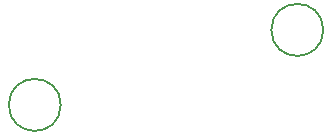
<source format=gbr>
G04 #@! TF.GenerationSoftware,KiCad,Pcbnew,8.0.6-8.0.6-0~ubuntu22.04.1*
G04 #@! TF.CreationDate,2024-11-17T18:12:57-05:00*
G04 #@! TF.ProjectId,NanoDD,4e616e6f-4444-42e6-9b69-6361645f7063,rev?*
G04 #@! TF.SameCoordinates,Original*
G04 #@! TF.FileFunction,Other,Comment*
%FSLAX46Y46*%
G04 Gerber Fmt 4.6, Leading zero omitted, Abs format (unit mm)*
G04 Created by KiCad (PCBNEW 8.0.6-8.0.6-0~ubuntu22.04.1) date 2024-11-17 18:12:57*
%MOMM*%
%LPD*%
G01*
G04 APERTURE LIST*
%ADD10C,0.150000*%
G04 APERTURE END LIST*
D10*
G04 #@! TO.C,H2*
X186604000Y-93345000D02*
G75*
G02*
X182204000Y-93345000I-2200000J0D01*
G01*
X182204000Y-93345000D02*
G75*
G02*
X186604000Y-93345000I2200000J0D01*
G01*
G04 #@! TO.C,H1*
X164379000Y-99695000D02*
G75*
G02*
X159979000Y-99695000I-2200000J0D01*
G01*
X159979000Y-99695000D02*
G75*
G02*
X164379000Y-99695000I2200000J0D01*
G01*
G04 #@! TD*
M02*

</source>
